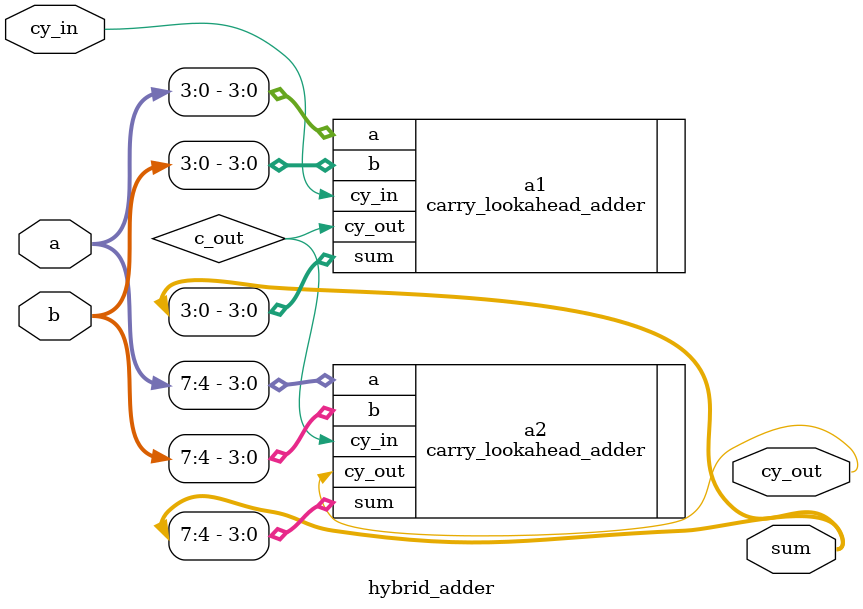
<source format=v>
`timescale 1ns / 1ps
module hybrid_adder (input [7:0] a, input [7:0] b, input cy_in, output [7:0] sum,
output cy_out);

wire temp;
wire c_out;
carry_lookahead_adder a1(.a(a[3:0]),.b(b[3:0]),.cy_in(cy_in),.sum(sum[3:0]),.cy_out(c_out));
carry_lookahead_adder a2(.a(a[7:4]),.b(b[7:4]),.cy_in(c_out),.sum(sum[7:4]),.cy_out(cy_out));

endmodule

</source>
